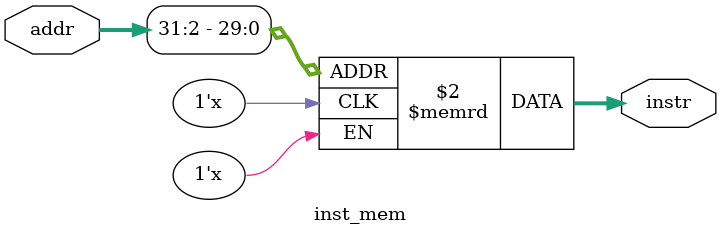
<source format=v>
module inst_mem(
    input [31:0] addr,
    output reg [31:0] instr
);
reg [31:0] memory[0:255]; // 256 words of memory

initial begin
    // Load instructions here
    // Example: memory[0] = 32'hxxxxxxxx;
end

always @(*) begin
    instr = memory[addr[31:2]]; // Fetch instruction
end
endmodule

</source>
